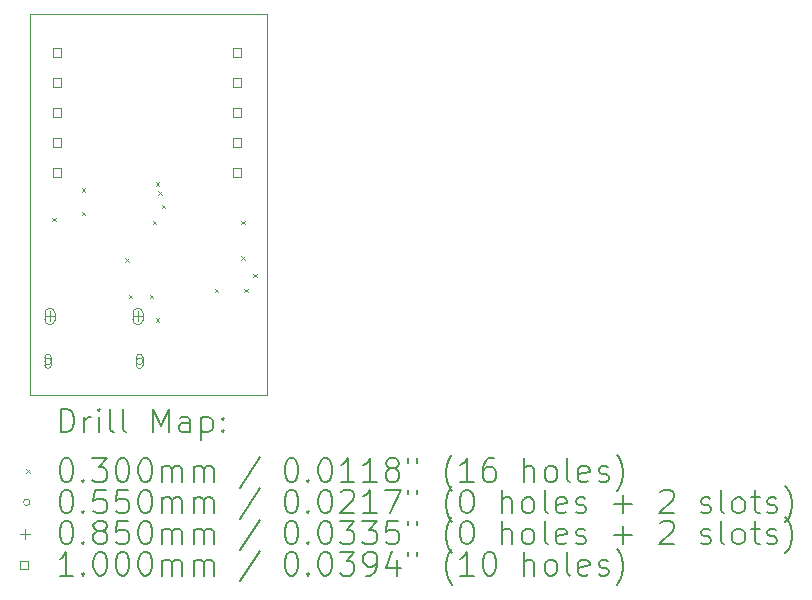
<source format=gbr>
%TF.GenerationSoftware,KiCad,Pcbnew,8.0.5*%
%TF.CreationDate,2024-12-02T19:57:33-05:00*%
%TF.ProjectId,usb_to_uart_ft232rl,7573625f-746f-45f7-9561-72745f667432,rev?*%
%TF.SameCoordinates,Original*%
%TF.FileFunction,Drillmap*%
%TF.FilePolarity,Positive*%
%FSLAX45Y45*%
G04 Gerber Fmt 4.5, Leading zero omitted, Abs format (unit mm)*
G04 Created by KiCad (PCBNEW 8.0.5) date 2024-12-02 19:57:33*
%MOMM*%
%LPD*%
G01*
G04 APERTURE LIST*
%ADD10C,0.050000*%
%ADD11C,0.200000*%
%ADD12C,0.100000*%
G04 APERTURE END LIST*
D10*
X9800000Y-3737500D02*
X11800000Y-3737500D01*
X11800000Y-6962500D01*
X9800000Y-6962500D01*
X9800000Y-3737500D01*
D11*
D12*
X9985000Y-5460000D02*
X10015000Y-5490000D01*
X10015000Y-5460000D02*
X9985000Y-5490000D01*
X10235000Y-5210000D02*
X10265000Y-5240000D01*
X10265000Y-5210000D02*
X10235000Y-5240000D01*
X10235000Y-5410000D02*
X10265000Y-5440000D01*
X10265000Y-5410000D02*
X10235000Y-5440000D01*
X10601664Y-5801663D02*
X10631664Y-5831663D01*
X10631664Y-5801663D02*
X10601664Y-5831663D01*
X10635000Y-6110000D02*
X10665000Y-6140000D01*
X10665000Y-6110000D02*
X10635000Y-6140000D01*
X10810000Y-6110000D02*
X10840000Y-6140000D01*
X10840000Y-6110000D02*
X10810000Y-6140000D01*
X10835000Y-5485000D02*
X10865000Y-5515000D01*
X10865000Y-5485000D02*
X10835000Y-5515000D01*
X10860000Y-5160000D02*
X10890000Y-5190000D01*
X10890000Y-5160000D02*
X10860000Y-5190000D01*
X10860000Y-6310000D02*
X10890000Y-6340000D01*
X10890000Y-6310000D02*
X10860000Y-6340000D01*
X10885000Y-5235000D02*
X10915000Y-5265000D01*
X10915000Y-5235000D02*
X10885000Y-5265000D01*
X10910885Y-5350000D02*
X10940885Y-5380000D01*
X10940885Y-5350000D02*
X10910885Y-5380000D01*
X11360000Y-6060000D02*
X11390000Y-6090000D01*
X11390000Y-6060000D02*
X11360000Y-6090000D01*
X11585000Y-5485000D02*
X11615000Y-5515000D01*
X11615000Y-5485000D02*
X11585000Y-5515000D01*
X11585000Y-5785000D02*
X11615000Y-5815000D01*
X11615000Y-5785000D02*
X11585000Y-5815000D01*
X11610000Y-6060000D02*
X11640000Y-6090000D01*
X11640000Y-6060000D02*
X11610000Y-6090000D01*
X11685000Y-5935000D02*
X11715000Y-5965000D01*
X11715000Y-5935000D02*
X11685000Y-5965000D01*
X9977500Y-6675000D02*
G75*
G02*
X9922500Y-6675000I-27500J0D01*
G01*
X9922500Y-6675000D02*
G75*
G02*
X9977500Y-6675000I27500J0D01*
G01*
X9922500Y-6642500D02*
X9922500Y-6707500D01*
X9977500Y-6707500D02*
G75*
G02*
X9922500Y-6707500I-27500J0D01*
G01*
X9977500Y-6707500D02*
X9977500Y-6642500D01*
X9977500Y-6642500D02*
G75*
G03*
X9922500Y-6642500I-27500J0D01*
G01*
X10752500Y-6675000D02*
G75*
G02*
X10697500Y-6675000I-27500J0D01*
G01*
X10697500Y-6675000D02*
G75*
G02*
X10752500Y-6675000I27500J0D01*
G01*
X10697500Y-6642500D02*
X10697500Y-6707500D01*
X10752500Y-6707500D02*
G75*
G02*
X10697500Y-6707500I-27500J0D01*
G01*
X10752500Y-6707500D02*
X10752500Y-6642500D01*
X10752500Y-6642500D02*
G75*
G03*
X10697500Y-6642500I-27500J0D01*
G01*
X9965000Y-6252500D02*
X9965000Y-6337500D01*
X9922500Y-6295000D02*
X10007500Y-6295000D01*
X9922500Y-6267500D02*
X9922500Y-6322500D01*
X10007500Y-6322500D02*
G75*
G02*
X9922500Y-6322500I-42500J0D01*
G01*
X10007500Y-6322500D02*
X10007500Y-6267500D01*
X10007500Y-6267500D02*
G75*
G03*
X9922500Y-6267500I-42500J0D01*
G01*
X10710000Y-6252500D02*
X10710000Y-6337500D01*
X10667500Y-6295000D02*
X10752500Y-6295000D01*
X10667500Y-6267500D02*
X10667500Y-6322500D01*
X10752500Y-6322500D02*
G75*
G02*
X10667500Y-6322500I-42500J0D01*
G01*
X10752500Y-6322500D02*
X10752500Y-6267500D01*
X10752500Y-6267500D02*
G75*
G03*
X10667500Y-6267500I-42500J0D01*
G01*
X10060356Y-4094356D02*
X10060356Y-4023644D01*
X9989644Y-4023644D01*
X9989644Y-4094356D01*
X10060356Y-4094356D01*
X10060356Y-4348356D02*
X10060356Y-4277644D01*
X9989644Y-4277644D01*
X9989644Y-4348356D01*
X10060356Y-4348356D01*
X10060356Y-4602356D02*
X10060356Y-4531644D01*
X9989644Y-4531644D01*
X9989644Y-4602356D01*
X10060356Y-4602356D01*
X10060356Y-4856356D02*
X10060356Y-4785644D01*
X9989644Y-4785644D01*
X9989644Y-4856356D01*
X10060356Y-4856356D01*
X10060356Y-5110356D02*
X10060356Y-5039644D01*
X9989644Y-5039644D01*
X9989644Y-5110356D01*
X10060356Y-5110356D01*
X11584356Y-4094356D02*
X11584356Y-4023644D01*
X11513644Y-4023644D01*
X11513644Y-4094356D01*
X11584356Y-4094356D01*
X11584356Y-4348356D02*
X11584356Y-4277644D01*
X11513644Y-4277644D01*
X11513644Y-4348356D01*
X11584356Y-4348356D01*
X11584356Y-4602356D02*
X11584356Y-4531644D01*
X11513644Y-4531644D01*
X11513644Y-4602356D01*
X11584356Y-4602356D01*
X11584356Y-4856356D02*
X11584356Y-4785644D01*
X11513644Y-4785644D01*
X11513644Y-4856356D01*
X11584356Y-4856356D01*
X11584356Y-5110356D02*
X11584356Y-5039644D01*
X11513644Y-5039644D01*
X11513644Y-5110356D01*
X11584356Y-5110356D01*
D11*
X10058277Y-7276484D02*
X10058277Y-7076484D01*
X10058277Y-7076484D02*
X10105896Y-7076484D01*
X10105896Y-7076484D02*
X10134467Y-7086008D01*
X10134467Y-7086008D02*
X10153515Y-7105055D01*
X10153515Y-7105055D02*
X10163039Y-7124103D01*
X10163039Y-7124103D02*
X10172563Y-7162198D01*
X10172563Y-7162198D02*
X10172563Y-7190769D01*
X10172563Y-7190769D02*
X10163039Y-7228865D01*
X10163039Y-7228865D02*
X10153515Y-7247912D01*
X10153515Y-7247912D02*
X10134467Y-7266960D01*
X10134467Y-7266960D02*
X10105896Y-7276484D01*
X10105896Y-7276484D02*
X10058277Y-7276484D01*
X10258277Y-7276484D02*
X10258277Y-7143150D01*
X10258277Y-7181246D02*
X10267801Y-7162198D01*
X10267801Y-7162198D02*
X10277324Y-7152674D01*
X10277324Y-7152674D02*
X10296372Y-7143150D01*
X10296372Y-7143150D02*
X10315420Y-7143150D01*
X10382086Y-7276484D02*
X10382086Y-7143150D01*
X10382086Y-7076484D02*
X10372563Y-7086008D01*
X10372563Y-7086008D02*
X10382086Y-7095531D01*
X10382086Y-7095531D02*
X10391610Y-7086008D01*
X10391610Y-7086008D02*
X10382086Y-7076484D01*
X10382086Y-7076484D02*
X10382086Y-7095531D01*
X10505896Y-7276484D02*
X10486848Y-7266960D01*
X10486848Y-7266960D02*
X10477324Y-7247912D01*
X10477324Y-7247912D02*
X10477324Y-7076484D01*
X10610658Y-7276484D02*
X10591610Y-7266960D01*
X10591610Y-7266960D02*
X10582086Y-7247912D01*
X10582086Y-7247912D02*
X10582086Y-7076484D01*
X10839229Y-7276484D02*
X10839229Y-7076484D01*
X10839229Y-7076484D02*
X10905896Y-7219341D01*
X10905896Y-7219341D02*
X10972563Y-7076484D01*
X10972563Y-7076484D02*
X10972563Y-7276484D01*
X11153515Y-7276484D02*
X11153515Y-7171722D01*
X11153515Y-7171722D02*
X11143991Y-7152674D01*
X11143991Y-7152674D02*
X11124944Y-7143150D01*
X11124944Y-7143150D02*
X11086848Y-7143150D01*
X11086848Y-7143150D02*
X11067801Y-7152674D01*
X11153515Y-7266960D02*
X11134467Y-7276484D01*
X11134467Y-7276484D02*
X11086848Y-7276484D01*
X11086848Y-7276484D02*
X11067801Y-7266960D01*
X11067801Y-7266960D02*
X11058277Y-7247912D01*
X11058277Y-7247912D02*
X11058277Y-7228865D01*
X11058277Y-7228865D02*
X11067801Y-7209817D01*
X11067801Y-7209817D02*
X11086848Y-7200293D01*
X11086848Y-7200293D02*
X11134467Y-7200293D01*
X11134467Y-7200293D02*
X11153515Y-7190769D01*
X11248753Y-7143150D02*
X11248753Y-7343150D01*
X11248753Y-7152674D02*
X11267801Y-7143150D01*
X11267801Y-7143150D02*
X11305896Y-7143150D01*
X11305896Y-7143150D02*
X11324943Y-7152674D01*
X11324943Y-7152674D02*
X11334467Y-7162198D01*
X11334467Y-7162198D02*
X11343991Y-7181246D01*
X11343991Y-7181246D02*
X11343991Y-7238388D01*
X11343991Y-7238388D02*
X11334467Y-7257436D01*
X11334467Y-7257436D02*
X11324943Y-7266960D01*
X11324943Y-7266960D02*
X11305896Y-7276484D01*
X11305896Y-7276484D02*
X11267801Y-7276484D01*
X11267801Y-7276484D02*
X11248753Y-7266960D01*
X11429705Y-7257436D02*
X11439229Y-7266960D01*
X11439229Y-7266960D02*
X11429705Y-7276484D01*
X11429705Y-7276484D02*
X11420182Y-7266960D01*
X11420182Y-7266960D02*
X11429705Y-7257436D01*
X11429705Y-7257436D02*
X11429705Y-7276484D01*
X11429705Y-7152674D02*
X11439229Y-7162198D01*
X11439229Y-7162198D02*
X11429705Y-7171722D01*
X11429705Y-7171722D02*
X11420182Y-7162198D01*
X11420182Y-7162198D02*
X11429705Y-7152674D01*
X11429705Y-7152674D02*
X11429705Y-7171722D01*
D12*
X9767500Y-7590000D02*
X9797500Y-7620000D01*
X9797500Y-7590000D02*
X9767500Y-7620000D01*
D11*
X10096372Y-7496484D02*
X10115420Y-7496484D01*
X10115420Y-7496484D02*
X10134467Y-7506008D01*
X10134467Y-7506008D02*
X10143991Y-7515531D01*
X10143991Y-7515531D02*
X10153515Y-7534579D01*
X10153515Y-7534579D02*
X10163039Y-7572674D01*
X10163039Y-7572674D02*
X10163039Y-7620293D01*
X10163039Y-7620293D02*
X10153515Y-7658388D01*
X10153515Y-7658388D02*
X10143991Y-7677436D01*
X10143991Y-7677436D02*
X10134467Y-7686960D01*
X10134467Y-7686960D02*
X10115420Y-7696484D01*
X10115420Y-7696484D02*
X10096372Y-7696484D01*
X10096372Y-7696484D02*
X10077324Y-7686960D01*
X10077324Y-7686960D02*
X10067801Y-7677436D01*
X10067801Y-7677436D02*
X10058277Y-7658388D01*
X10058277Y-7658388D02*
X10048753Y-7620293D01*
X10048753Y-7620293D02*
X10048753Y-7572674D01*
X10048753Y-7572674D02*
X10058277Y-7534579D01*
X10058277Y-7534579D02*
X10067801Y-7515531D01*
X10067801Y-7515531D02*
X10077324Y-7506008D01*
X10077324Y-7506008D02*
X10096372Y-7496484D01*
X10248753Y-7677436D02*
X10258277Y-7686960D01*
X10258277Y-7686960D02*
X10248753Y-7696484D01*
X10248753Y-7696484D02*
X10239229Y-7686960D01*
X10239229Y-7686960D02*
X10248753Y-7677436D01*
X10248753Y-7677436D02*
X10248753Y-7696484D01*
X10324944Y-7496484D02*
X10448753Y-7496484D01*
X10448753Y-7496484D02*
X10382086Y-7572674D01*
X10382086Y-7572674D02*
X10410658Y-7572674D01*
X10410658Y-7572674D02*
X10429705Y-7582198D01*
X10429705Y-7582198D02*
X10439229Y-7591722D01*
X10439229Y-7591722D02*
X10448753Y-7610769D01*
X10448753Y-7610769D02*
X10448753Y-7658388D01*
X10448753Y-7658388D02*
X10439229Y-7677436D01*
X10439229Y-7677436D02*
X10429705Y-7686960D01*
X10429705Y-7686960D02*
X10410658Y-7696484D01*
X10410658Y-7696484D02*
X10353515Y-7696484D01*
X10353515Y-7696484D02*
X10334467Y-7686960D01*
X10334467Y-7686960D02*
X10324944Y-7677436D01*
X10572563Y-7496484D02*
X10591610Y-7496484D01*
X10591610Y-7496484D02*
X10610658Y-7506008D01*
X10610658Y-7506008D02*
X10620182Y-7515531D01*
X10620182Y-7515531D02*
X10629705Y-7534579D01*
X10629705Y-7534579D02*
X10639229Y-7572674D01*
X10639229Y-7572674D02*
X10639229Y-7620293D01*
X10639229Y-7620293D02*
X10629705Y-7658388D01*
X10629705Y-7658388D02*
X10620182Y-7677436D01*
X10620182Y-7677436D02*
X10610658Y-7686960D01*
X10610658Y-7686960D02*
X10591610Y-7696484D01*
X10591610Y-7696484D02*
X10572563Y-7696484D01*
X10572563Y-7696484D02*
X10553515Y-7686960D01*
X10553515Y-7686960D02*
X10543991Y-7677436D01*
X10543991Y-7677436D02*
X10534467Y-7658388D01*
X10534467Y-7658388D02*
X10524944Y-7620293D01*
X10524944Y-7620293D02*
X10524944Y-7572674D01*
X10524944Y-7572674D02*
X10534467Y-7534579D01*
X10534467Y-7534579D02*
X10543991Y-7515531D01*
X10543991Y-7515531D02*
X10553515Y-7506008D01*
X10553515Y-7506008D02*
X10572563Y-7496484D01*
X10763039Y-7496484D02*
X10782086Y-7496484D01*
X10782086Y-7496484D02*
X10801134Y-7506008D01*
X10801134Y-7506008D02*
X10810658Y-7515531D01*
X10810658Y-7515531D02*
X10820182Y-7534579D01*
X10820182Y-7534579D02*
X10829705Y-7572674D01*
X10829705Y-7572674D02*
X10829705Y-7620293D01*
X10829705Y-7620293D02*
X10820182Y-7658388D01*
X10820182Y-7658388D02*
X10810658Y-7677436D01*
X10810658Y-7677436D02*
X10801134Y-7686960D01*
X10801134Y-7686960D02*
X10782086Y-7696484D01*
X10782086Y-7696484D02*
X10763039Y-7696484D01*
X10763039Y-7696484D02*
X10743991Y-7686960D01*
X10743991Y-7686960D02*
X10734467Y-7677436D01*
X10734467Y-7677436D02*
X10724944Y-7658388D01*
X10724944Y-7658388D02*
X10715420Y-7620293D01*
X10715420Y-7620293D02*
X10715420Y-7572674D01*
X10715420Y-7572674D02*
X10724944Y-7534579D01*
X10724944Y-7534579D02*
X10734467Y-7515531D01*
X10734467Y-7515531D02*
X10743991Y-7506008D01*
X10743991Y-7506008D02*
X10763039Y-7496484D01*
X10915420Y-7696484D02*
X10915420Y-7563150D01*
X10915420Y-7582198D02*
X10924944Y-7572674D01*
X10924944Y-7572674D02*
X10943991Y-7563150D01*
X10943991Y-7563150D02*
X10972563Y-7563150D01*
X10972563Y-7563150D02*
X10991610Y-7572674D01*
X10991610Y-7572674D02*
X11001134Y-7591722D01*
X11001134Y-7591722D02*
X11001134Y-7696484D01*
X11001134Y-7591722D02*
X11010658Y-7572674D01*
X11010658Y-7572674D02*
X11029705Y-7563150D01*
X11029705Y-7563150D02*
X11058277Y-7563150D01*
X11058277Y-7563150D02*
X11077325Y-7572674D01*
X11077325Y-7572674D02*
X11086848Y-7591722D01*
X11086848Y-7591722D02*
X11086848Y-7696484D01*
X11182086Y-7696484D02*
X11182086Y-7563150D01*
X11182086Y-7582198D02*
X11191610Y-7572674D01*
X11191610Y-7572674D02*
X11210658Y-7563150D01*
X11210658Y-7563150D02*
X11239229Y-7563150D01*
X11239229Y-7563150D02*
X11258277Y-7572674D01*
X11258277Y-7572674D02*
X11267801Y-7591722D01*
X11267801Y-7591722D02*
X11267801Y-7696484D01*
X11267801Y-7591722D02*
X11277324Y-7572674D01*
X11277324Y-7572674D02*
X11296372Y-7563150D01*
X11296372Y-7563150D02*
X11324943Y-7563150D01*
X11324943Y-7563150D02*
X11343991Y-7572674D01*
X11343991Y-7572674D02*
X11353515Y-7591722D01*
X11353515Y-7591722D02*
X11353515Y-7696484D01*
X11743991Y-7486960D02*
X11572563Y-7744103D01*
X12001134Y-7496484D02*
X12020182Y-7496484D01*
X12020182Y-7496484D02*
X12039229Y-7506008D01*
X12039229Y-7506008D02*
X12048753Y-7515531D01*
X12048753Y-7515531D02*
X12058277Y-7534579D01*
X12058277Y-7534579D02*
X12067801Y-7572674D01*
X12067801Y-7572674D02*
X12067801Y-7620293D01*
X12067801Y-7620293D02*
X12058277Y-7658388D01*
X12058277Y-7658388D02*
X12048753Y-7677436D01*
X12048753Y-7677436D02*
X12039229Y-7686960D01*
X12039229Y-7686960D02*
X12020182Y-7696484D01*
X12020182Y-7696484D02*
X12001134Y-7696484D01*
X12001134Y-7696484D02*
X11982086Y-7686960D01*
X11982086Y-7686960D02*
X11972563Y-7677436D01*
X11972563Y-7677436D02*
X11963039Y-7658388D01*
X11963039Y-7658388D02*
X11953515Y-7620293D01*
X11953515Y-7620293D02*
X11953515Y-7572674D01*
X11953515Y-7572674D02*
X11963039Y-7534579D01*
X11963039Y-7534579D02*
X11972563Y-7515531D01*
X11972563Y-7515531D02*
X11982086Y-7506008D01*
X11982086Y-7506008D02*
X12001134Y-7496484D01*
X12153515Y-7677436D02*
X12163039Y-7686960D01*
X12163039Y-7686960D02*
X12153515Y-7696484D01*
X12153515Y-7696484D02*
X12143991Y-7686960D01*
X12143991Y-7686960D02*
X12153515Y-7677436D01*
X12153515Y-7677436D02*
X12153515Y-7696484D01*
X12286848Y-7496484D02*
X12305896Y-7496484D01*
X12305896Y-7496484D02*
X12324944Y-7506008D01*
X12324944Y-7506008D02*
X12334467Y-7515531D01*
X12334467Y-7515531D02*
X12343991Y-7534579D01*
X12343991Y-7534579D02*
X12353515Y-7572674D01*
X12353515Y-7572674D02*
X12353515Y-7620293D01*
X12353515Y-7620293D02*
X12343991Y-7658388D01*
X12343991Y-7658388D02*
X12334467Y-7677436D01*
X12334467Y-7677436D02*
X12324944Y-7686960D01*
X12324944Y-7686960D02*
X12305896Y-7696484D01*
X12305896Y-7696484D02*
X12286848Y-7696484D01*
X12286848Y-7696484D02*
X12267801Y-7686960D01*
X12267801Y-7686960D02*
X12258277Y-7677436D01*
X12258277Y-7677436D02*
X12248753Y-7658388D01*
X12248753Y-7658388D02*
X12239229Y-7620293D01*
X12239229Y-7620293D02*
X12239229Y-7572674D01*
X12239229Y-7572674D02*
X12248753Y-7534579D01*
X12248753Y-7534579D02*
X12258277Y-7515531D01*
X12258277Y-7515531D02*
X12267801Y-7506008D01*
X12267801Y-7506008D02*
X12286848Y-7496484D01*
X12543991Y-7696484D02*
X12429706Y-7696484D01*
X12486848Y-7696484D02*
X12486848Y-7496484D01*
X12486848Y-7496484D02*
X12467801Y-7525055D01*
X12467801Y-7525055D02*
X12448753Y-7544103D01*
X12448753Y-7544103D02*
X12429706Y-7553627D01*
X12734467Y-7696484D02*
X12620182Y-7696484D01*
X12677325Y-7696484D02*
X12677325Y-7496484D01*
X12677325Y-7496484D02*
X12658277Y-7525055D01*
X12658277Y-7525055D02*
X12639229Y-7544103D01*
X12639229Y-7544103D02*
X12620182Y-7553627D01*
X12848753Y-7582198D02*
X12829706Y-7572674D01*
X12829706Y-7572674D02*
X12820182Y-7563150D01*
X12820182Y-7563150D02*
X12810658Y-7544103D01*
X12810658Y-7544103D02*
X12810658Y-7534579D01*
X12810658Y-7534579D02*
X12820182Y-7515531D01*
X12820182Y-7515531D02*
X12829706Y-7506008D01*
X12829706Y-7506008D02*
X12848753Y-7496484D01*
X12848753Y-7496484D02*
X12886848Y-7496484D01*
X12886848Y-7496484D02*
X12905896Y-7506008D01*
X12905896Y-7506008D02*
X12915420Y-7515531D01*
X12915420Y-7515531D02*
X12924944Y-7534579D01*
X12924944Y-7534579D02*
X12924944Y-7544103D01*
X12924944Y-7544103D02*
X12915420Y-7563150D01*
X12915420Y-7563150D02*
X12905896Y-7572674D01*
X12905896Y-7572674D02*
X12886848Y-7582198D01*
X12886848Y-7582198D02*
X12848753Y-7582198D01*
X12848753Y-7582198D02*
X12829706Y-7591722D01*
X12829706Y-7591722D02*
X12820182Y-7601246D01*
X12820182Y-7601246D02*
X12810658Y-7620293D01*
X12810658Y-7620293D02*
X12810658Y-7658388D01*
X12810658Y-7658388D02*
X12820182Y-7677436D01*
X12820182Y-7677436D02*
X12829706Y-7686960D01*
X12829706Y-7686960D02*
X12848753Y-7696484D01*
X12848753Y-7696484D02*
X12886848Y-7696484D01*
X12886848Y-7696484D02*
X12905896Y-7686960D01*
X12905896Y-7686960D02*
X12915420Y-7677436D01*
X12915420Y-7677436D02*
X12924944Y-7658388D01*
X12924944Y-7658388D02*
X12924944Y-7620293D01*
X12924944Y-7620293D02*
X12915420Y-7601246D01*
X12915420Y-7601246D02*
X12905896Y-7591722D01*
X12905896Y-7591722D02*
X12886848Y-7582198D01*
X13001134Y-7496484D02*
X13001134Y-7534579D01*
X13077325Y-7496484D02*
X13077325Y-7534579D01*
X13372563Y-7772674D02*
X13363039Y-7763150D01*
X13363039Y-7763150D02*
X13343991Y-7734579D01*
X13343991Y-7734579D02*
X13334468Y-7715531D01*
X13334468Y-7715531D02*
X13324944Y-7686960D01*
X13324944Y-7686960D02*
X13315420Y-7639341D01*
X13315420Y-7639341D02*
X13315420Y-7601246D01*
X13315420Y-7601246D02*
X13324944Y-7553627D01*
X13324944Y-7553627D02*
X13334468Y-7525055D01*
X13334468Y-7525055D02*
X13343991Y-7506008D01*
X13343991Y-7506008D02*
X13363039Y-7477436D01*
X13363039Y-7477436D02*
X13372563Y-7467912D01*
X13553515Y-7696484D02*
X13439229Y-7696484D01*
X13496372Y-7696484D02*
X13496372Y-7496484D01*
X13496372Y-7496484D02*
X13477325Y-7525055D01*
X13477325Y-7525055D02*
X13458277Y-7544103D01*
X13458277Y-7544103D02*
X13439229Y-7553627D01*
X13724944Y-7496484D02*
X13686848Y-7496484D01*
X13686848Y-7496484D02*
X13667801Y-7506008D01*
X13667801Y-7506008D02*
X13658277Y-7515531D01*
X13658277Y-7515531D02*
X13639229Y-7544103D01*
X13639229Y-7544103D02*
X13629706Y-7582198D01*
X13629706Y-7582198D02*
X13629706Y-7658388D01*
X13629706Y-7658388D02*
X13639229Y-7677436D01*
X13639229Y-7677436D02*
X13648753Y-7686960D01*
X13648753Y-7686960D02*
X13667801Y-7696484D01*
X13667801Y-7696484D02*
X13705896Y-7696484D01*
X13705896Y-7696484D02*
X13724944Y-7686960D01*
X13724944Y-7686960D02*
X13734468Y-7677436D01*
X13734468Y-7677436D02*
X13743991Y-7658388D01*
X13743991Y-7658388D02*
X13743991Y-7610769D01*
X13743991Y-7610769D02*
X13734468Y-7591722D01*
X13734468Y-7591722D02*
X13724944Y-7582198D01*
X13724944Y-7582198D02*
X13705896Y-7572674D01*
X13705896Y-7572674D02*
X13667801Y-7572674D01*
X13667801Y-7572674D02*
X13648753Y-7582198D01*
X13648753Y-7582198D02*
X13639229Y-7591722D01*
X13639229Y-7591722D02*
X13629706Y-7610769D01*
X13982087Y-7696484D02*
X13982087Y-7496484D01*
X14067801Y-7696484D02*
X14067801Y-7591722D01*
X14067801Y-7591722D02*
X14058277Y-7572674D01*
X14058277Y-7572674D02*
X14039230Y-7563150D01*
X14039230Y-7563150D02*
X14010658Y-7563150D01*
X14010658Y-7563150D02*
X13991610Y-7572674D01*
X13991610Y-7572674D02*
X13982087Y-7582198D01*
X14191610Y-7696484D02*
X14172563Y-7686960D01*
X14172563Y-7686960D02*
X14163039Y-7677436D01*
X14163039Y-7677436D02*
X14153515Y-7658388D01*
X14153515Y-7658388D02*
X14153515Y-7601246D01*
X14153515Y-7601246D02*
X14163039Y-7582198D01*
X14163039Y-7582198D02*
X14172563Y-7572674D01*
X14172563Y-7572674D02*
X14191610Y-7563150D01*
X14191610Y-7563150D02*
X14220182Y-7563150D01*
X14220182Y-7563150D02*
X14239230Y-7572674D01*
X14239230Y-7572674D02*
X14248753Y-7582198D01*
X14248753Y-7582198D02*
X14258277Y-7601246D01*
X14258277Y-7601246D02*
X14258277Y-7658388D01*
X14258277Y-7658388D02*
X14248753Y-7677436D01*
X14248753Y-7677436D02*
X14239230Y-7686960D01*
X14239230Y-7686960D02*
X14220182Y-7696484D01*
X14220182Y-7696484D02*
X14191610Y-7696484D01*
X14372563Y-7696484D02*
X14353515Y-7686960D01*
X14353515Y-7686960D02*
X14343991Y-7667912D01*
X14343991Y-7667912D02*
X14343991Y-7496484D01*
X14524944Y-7686960D02*
X14505896Y-7696484D01*
X14505896Y-7696484D02*
X14467801Y-7696484D01*
X14467801Y-7696484D02*
X14448753Y-7686960D01*
X14448753Y-7686960D02*
X14439230Y-7667912D01*
X14439230Y-7667912D02*
X14439230Y-7591722D01*
X14439230Y-7591722D02*
X14448753Y-7572674D01*
X14448753Y-7572674D02*
X14467801Y-7563150D01*
X14467801Y-7563150D02*
X14505896Y-7563150D01*
X14505896Y-7563150D02*
X14524944Y-7572674D01*
X14524944Y-7572674D02*
X14534468Y-7591722D01*
X14534468Y-7591722D02*
X14534468Y-7610769D01*
X14534468Y-7610769D02*
X14439230Y-7629817D01*
X14610658Y-7686960D02*
X14629706Y-7696484D01*
X14629706Y-7696484D02*
X14667801Y-7696484D01*
X14667801Y-7696484D02*
X14686849Y-7686960D01*
X14686849Y-7686960D02*
X14696372Y-7667912D01*
X14696372Y-7667912D02*
X14696372Y-7658388D01*
X14696372Y-7658388D02*
X14686849Y-7639341D01*
X14686849Y-7639341D02*
X14667801Y-7629817D01*
X14667801Y-7629817D02*
X14639230Y-7629817D01*
X14639230Y-7629817D02*
X14620182Y-7620293D01*
X14620182Y-7620293D02*
X14610658Y-7601246D01*
X14610658Y-7601246D02*
X14610658Y-7591722D01*
X14610658Y-7591722D02*
X14620182Y-7572674D01*
X14620182Y-7572674D02*
X14639230Y-7563150D01*
X14639230Y-7563150D02*
X14667801Y-7563150D01*
X14667801Y-7563150D02*
X14686849Y-7572674D01*
X14763039Y-7772674D02*
X14772563Y-7763150D01*
X14772563Y-7763150D02*
X14791611Y-7734579D01*
X14791611Y-7734579D02*
X14801134Y-7715531D01*
X14801134Y-7715531D02*
X14810658Y-7686960D01*
X14810658Y-7686960D02*
X14820182Y-7639341D01*
X14820182Y-7639341D02*
X14820182Y-7601246D01*
X14820182Y-7601246D02*
X14810658Y-7553627D01*
X14810658Y-7553627D02*
X14801134Y-7525055D01*
X14801134Y-7525055D02*
X14791611Y-7506008D01*
X14791611Y-7506008D02*
X14772563Y-7477436D01*
X14772563Y-7477436D02*
X14763039Y-7467912D01*
D12*
X9797500Y-7869000D02*
G75*
G02*
X9742500Y-7869000I-27500J0D01*
G01*
X9742500Y-7869000D02*
G75*
G02*
X9797500Y-7869000I27500J0D01*
G01*
D11*
X10096372Y-7760484D02*
X10115420Y-7760484D01*
X10115420Y-7760484D02*
X10134467Y-7770008D01*
X10134467Y-7770008D02*
X10143991Y-7779531D01*
X10143991Y-7779531D02*
X10153515Y-7798579D01*
X10153515Y-7798579D02*
X10163039Y-7836674D01*
X10163039Y-7836674D02*
X10163039Y-7884293D01*
X10163039Y-7884293D02*
X10153515Y-7922388D01*
X10153515Y-7922388D02*
X10143991Y-7941436D01*
X10143991Y-7941436D02*
X10134467Y-7950960D01*
X10134467Y-7950960D02*
X10115420Y-7960484D01*
X10115420Y-7960484D02*
X10096372Y-7960484D01*
X10096372Y-7960484D02*
X10077324Y-7950960D01*
X10077324Y-7950960D02*
X10067801Y-7941436D01*
X10067801Y-7941436D02*
X10058277Y-7922388D01*
X10058277Y-7922388D02*
X10048753Y-7884293D01*
X10048753Y-7884293D02*
X10048753Y-7836674D01*
X10048753Y-7836674D02*
X10058277Y-7798579D01*
X10058277Y-7798579D02*
X10067801Y-7779531D01*
X10067801Y-7779531D02*
X10077324Y-7770008D01*
X10077324Y-7770008D02*
X10096372Y-7760484D01*
X10248753Y-7941436D02*
X10258277Y-7950960D01*
X10258277Y-7950960D02*
X10248753Y-7960484D01*
X10248753Y-7960484D02*
X10239229Y-7950960D01*
X10239229Y-7950960D02*
X10248753Y-7941436D01*
X10248753Y-7941436D02*
X10248753Y-7960484D01*
X10439229Y-7760484D02*
X10343991Y-7760484D01*
X10343991Y-7760484D02*
X10334467Y-7855722D01*
X10334467Y-7855722D02*
X10343991Y-7846198D01*
X10343991Y-7846198D02*
X10363039Y-7836674D01*
X10363039Y-7836674D02*
X10410658Y-7836674D01*
X10410658Y-7836674D02*
X10429705Y-7846198D01*
X10429705Y-7846198D02*
X10439229Y-7855722D01*
X10439229Y-7855722D02*
X10448753Y-7874769D01*
X10448753Y-7874769D02*
X10448753Y-7922388D01*
X10448753Y-7922388D02*
X10439229Y-7941436D01*
X10439229Y-7941436D02*
X10429705Y-7950960D01*
X10429705Y-7950960D02*
X10410658Y-7960484D01*
X10410658Y-7960484D02*
X10363039Y-7960484D01*
X10363039Y-7960484D02*
X10343991Y-7950960D01*
X10343991Y-7950960D02*
X10334467Y-7941436D01*
X10629705Y-7760484D02*
X10534467Y-7760484D01*
X10534467Y-7760484D02*
X10524944Y-7855722D01*
X10524944Y-7855722D02*
X10534467Y-7846198D01*
X10534467Y-7846198D02*
X10553515Y-7836674D01*
X10553515Y-7836674D02*
X10601134Y-7836674D01*
X10601134Y-7836674D02*
X10620182Y-7846198D01*
X10620182Y-7846198D02*
X10629705Y-7855722D01*
X10629705Y-7855722D02*
X10639229Y-7874769D01*
X10639229Y-7874769D02*
X10639229Y-7922388D01*
X10639229Y-7922388D02*
X10629705Y-7941436D01*
X10629705Y-7941436D02*
X10620182Y-7950960D01*
X10620182Y-7950960D02*
X10601134Y-7960484D01*
X10601134Y-7960484D02*
X10553515Y-7960484D01*
X10553515Y-7960484D02*
X10534467Y-7950960D01*
X10534467Y-7950960D02*
X10524944Y-7941436D01*
X10763039Y-7760484D02*
X10782086Y-7760484D01*
X10782086Y-7760484D02*
X10801134Y-7770008D01*
X10801134Y-7770008D02*
X10810658Y-7779531D01*
X10810658Y-7779531D02*
X10820182Y-7798579D01*
X10820182Y-7798579D02*
X10829705Y-7836674D01*
X10829705Y-7836674D02*
X10829705Y-7884293D01*
X10829705Y-7884293D02*
X10820182Y-7922388D01*
X10820182Y-7922388D02*
X10810658Y-7941436D01*
X10810658Y-7941436D02*
X10801134Y-7950960D01*
X10801134Y-7950960D02*
X10782086Y-7960484D01*
X10782086Y-7960484D02*
X10763039Y-7960484D01*
X10763039Y-7960484D02*
X10743991Y-7950960D01*
X10743991Y-7950960D02*
X10734467Y-7941436D01*
X10734467Y-7941436D02*
X10724944Y-7922388D01*
X10724944Y-7922388D02*
X10715420Y-7884293D01*
X10715420Y-7884293D02*
X10715420Y-7836674D01*
X10715420Y-7836674D02*
X10724944Y-7798579D01*
X10724944Y-7798579D02*
X10734467Y-7779531D01*
X10734467Y-7779531D02*
X10743991Y-7770008D01*
X10743991Y-7770008D02*
X10763039Y-7760484D01*
X10915420Y-7960484D02*
X10915420Y-7827150D01*
X10915420Y-7846198D02*
X10924944Y-7836674D01*
X10924944Y-7836674D02*
X10943991Y-7827150D01*
X10943991Y-7827150D02*
X10972563Y-7827150D01*
X10972563Y-7827150D02*
X10991610Y-7836674D01*
X10991610Y-7836674D02*
X11001134Y-7855722D01*
X11001134Y-7855722D02*
X11001134Y-7960484D01*
X11001134Y-7855722D02*
X11010658Y-7836674D01*
X11010658Y-7836674D02*
X11029705Y-7827150D01*
X11029705Y-7827150D02*
X11058277Y-7827150D01*
X11058277Y-7827150D02*
X11077325Y-7836674D01*
X11077325Y-7836674D02*
X11086848Y-7855722D01*
X11086848Y-7855722D02*
X11086848Y-7960484D01*
X11182086Y-7960484D02*
X11182086Y-7827150D01*
X11182086Y-7846198D02*
X11191610Y-7836674D01*
X11191610Y-7836674D02*
X11210658Y-7827150D01*
X11210658Y-7827150D02*
X11239229Y-7827150D01*
X11239229Y-7827150D02*
X11258277Y-7836674D01*
X11258277Y-7836674D02*
X11267801Y-7855722D01*
X11267801Y-7855722D02*
X11267801Y-7960484D01*
X11267801Y-7855722D02*
X11277324Y-7836674D01*
X11277324Y-7836674D02*
X11296372Y-7827150D01*
X11296372Y-7827150D02*
X11324943Y-7827150D01*
X11324943Y-7827150D02*
X11343991Y-7836674D01*
X11343991Y-7836674D02*
X11353515Y-7855722D01*
X11353515Y-7855722D02*
X11353515Y-7960484D01*
X11743991Y-7750960D02*
X11572563Y-8008103D01*
X12001134Y-7760484D02*
X12020182Y-7760484D01*
X12020182Y-7760484D02*
X12039229Y-7770008D01*
X12039229Y-7770008D02*
X12048753Y-7779531D01*
X12048753Y-7779531D02*
X12058277Y-7798579D01*
X12058277Y-7798579D02*
X12067801Y-7836674D01*
X12067801Y-7836674D02*
X12067801Y-7884293D01*
X12067801Y-7884293D02*
X12058277Y-7922388D01*
X12058277Y-7922388D02*
X12048753Y-7941436D01*
X12048753Y-7941436D02*
X12039229Y-7950960D01*
X12039229Y-7950960D02*
X12020182Y-7960484D01*
X12020182Y-7960484D02*
X12001134Y-7960484D01*
X12001134Y-7960484D02*
X11982086Y-7950960D01*
X11982086Y-7950960D02*
X11972563Y-7941436D01*
X11972563Y-7941436D02*
X11963039Y-7922388D01*
X11963039Y-7922388D02*
X11953515Y-7884293D01*
X11953515Y-7884293D02*
X11953515Y-7836674D01*
X11953515Y-7836674D02*
X11963039Y-7798579D01*
X11963039Y-7798579D02*
X11972563Y-7779531D01*
X11972563Y-7779531D02*
X11982086Y-7770008D01*
X11982086Y-7770008D02*
X12001134Y-7760484D01*
X12153515Y-7941436D02*
X12163039Y-7950960D01*
X12163039Y-7950960D02*
X12153515Y-7960484D01*
X12153515Y-7960484D02*
X12143991Y-7950960D01*
X12143991Y-7950960D02*
X12153515Y-7941436D01*
X12153515Y-7941436D02*
X12153515Y-7960484D01*
X12286848Y-7760484D02*
X12305896Y-7760484D01*
X12305896Y-7760484D02*
X12324944Y-7770008D01*
X12324944Y-7770008D02*
X12334467Y-7779531D01*
X12334467Y-7779531D02*
X12343991Y-7798579D01*
X12343991Y-7798579D02*
X12353515Y-7836674D01*
X12353515Y-7836674D02*
X12353515Y-7884293D01*
X12353515Y-7884293D02*
X12343991Y-7922388D01*
X12343991Y-7922388D02*
X12334467Y-7941436D01*
X12334467Y-7941436D02*
X12324944Y-7950960D01*
X12324944Y-7950960D02*
X12305896Y-7960484D01*
X12305896Y-7960484D02*
X12286848Y-7960484D01*
X12286848Y-7960484D02*
X12267801Y-7950960D01*
X12267801Y-7950960D02*
X12258277Y-7941436D01*
X12258277Y-7941436D02*
X12248753Y-7922388D01*
X12248753Y-7922388D02*
X12239229Y-7884293D01*
X12239229Y-7884293D02*
X12239229Y-7836674D01*
X12239229Y-7836674D02*
X12248753Y-7798579D01*
X12248753Y-7798579D02*
X12258277Y-7779531D01*
X12258277Y-7779531D02*
X12267801Y-7770008D01*
X12267801Y-7770008D02*
X12286848Y-7760484D01*
X12429706Y-7779531D02*
X12439229Y-7770008D01*
X12439229Y-7770008D02*
X12458277Y-7760484D01*
X12458277Y-7760484D02*
X12505896Y-7760484D01*
X12505896Y-7760484D02*
X12524944Y-7770008D01*
X12524944Y-7770008D02*
X12534467Y-7779531D01*
X12534467Y-7779531D02*
X12543991Y-7798579D01*
X12543991Y-7798579D02*
X12543991Y-7817627D01*
X12543991Y-7817627D02*
X12534467Y-7846198D01*
X12534467Y-7846198D02*
X12420182Y-7960484D01*
X12420182Y-7960484D02*
X12543991Y-7960484D01*
X12734467Y-7960484D02*
X12620182Y-7960484D01*
X12677325Y-7960484D02*
X12677325Y-7760484D01*
X12677325Y-7760484D02*
X12658277Y-7789055D01*
X12658277Y-7789055D02*
X12639229Y-7808103D01*
X12639229Y-7808103D02*
X12620182Y-7817627D01*
X12801134Y-7760484D02*
X12934467Y-7760484D01*
X12934467Y-7760484D02*
X12848753Y-7960484D01*
X13001134Y-7760484D02*
X13001134Y-7798579D01*
X13077325Y-7760484D02*
X13077325Y-7798579D01*
X13372563Y-8036674D02*
X13363039Y-8027150D01*
X13363039Y-8027150D02*
X13343991Y-7998579D01*
X13343991Y-7998579D02*
X13334468Y-7979531D01*
X13334468Y-7979531D02*
X13324944Y-7950960D01*
X13324944Y-7950960D02*
X13315420Y-7903341D01*
X13315420Y-7903341D02*
X13315420Y-7865246D01*
X13315420Y-7865246D02*
X13324944Y-7817627D01*
X13324944Y-7817627D02*
X13334468Y-7789055D01*
X13334468Y-7789055D02*
X13343991Y-7770008D01*
X13343991Y-7770008D02*
X13363039Y-7741436D01*
X13363039Y-7741436D02*
X13372563Y-7731912D01*
X13486848Y-7760484D02*
X13505896Y-7760484D01*
X13505896Y-7760484D02*
X13524944Y-7770008D01*
X13524944Y-7770008D02*
X13534468Y-7779531D01*
X13534468Y-7779531D02*
X13543991Y-7798579D01*
X13543991Y-7798579D02*
X13553515Y-7836674D01*
X13553515Y-7836674D02*
X13553515Y-7884293D01*
X13553515Y-7884293D02*
X13543991Y-7922388D01*
X13543991Y-7922388D02*
X13534468Y-7941436D01*
X13534468Y-7941436D02*
X13524944Y-7950960D01*
X13524944Y-7950960D02*
X13505896Y-7960484D01*
X13505896Y-7960484D02*
X13486848Y-7960484D01*
X13486848Y-7960484D02*
X13467801Y-7950960D01*
X13467801Y-7950960D02*
X13458277Y-7941436D01*
X13458277Y-7941436D02*
X13448753Y-7922388D01*
X13448753Y-7922388D02*
X13439229Y-7884293D01*
X13439229Y-7884293D02*
X13439229Y-7836674D01*
X13439229Y-7836674D02*
X13448753Y-7798579D01*
X13448753Y-7798579D02*
X13458277Y-7779531D01*
X13458277Y-7779531D02*
X13467801Y-7770008D01*
X13467801Y-7770008D02*
X13486848Y-7760484D01*
X13791610Y-7960484D02*
X13791610Y-7760484D01*
X13877325Y-7960484D02*
X13877325Y-7855722D01*
X13877325Y-7855722D02*
X13867801Y-7836674D01*
X13867801Y-7836674D02*
X13848753Y-7827150D01*
X13848753Y-7827150D02*
X13820182Y-7827150D01*
X13820182Y-7827150D02*
X13801134Y-7836674D01*
X13801134Y-7836674D02*
X13791610Y-7846198D01*
X14001134Y-7960484D02*
X13982087Y-7950960D01*
X13982087Y-7950960D02*
X13972563Y-7941436D01*
X13972563Y-7941436D02*
X13963039Y-7922388D01*
X13963039Y-7922388D02*
X13963039Y-7865246D01*
X13963039Y-7865246D02*
X13972563Y-7846198D01*
X13972563Y-7846198D02*
X13982087Y-7836674D01*
X13982087Y-7836674D02*
X14001134Y-7827150D01*
X14001134Y-7827150D02*
X14029706Y-7827150D01*
X14029706Y-7827150D02*
X14048753Y-7836674D01*
X14048753Y-7836674D02*
X14058277Y-7846198D01*
X14058277Y-7846198D02*
X14067801Y-7865246D01*
X14067801Y-7865246D02*
X14067801Y-7922388D01*
X14067801Y-7922388D02*
X14058277Y-7941436D01*
X14058277Y-7941436D02*
X14048753Y-7950960D01*
X14048753Y-7950960D02*
X14029706Y-7960484D01*
X14029706Y-7960484D02*
X14001134Y-7960484D01*
X14182087Y-7960484D02*
X14163039Y-7950960D01*
X14163039Y-7950960D02*
X14153515Y-7931912D01*
X14153515Y-7931912D02*
X14153515Y-7760484D01*
X14334468Y-7950960D02*
X14315420Y-7960484D01*
X14315420Y-7960484D02*
X14277325Y-7960484D01*
X14277325Y-7960484D02*
X14258277Y-7950960D01*
X14258277Y-7950960D02*
X14248753Y-7931912D01*
X14248753Y-7931912D02*
X14248753Y-7855722D01*
X14248753Y-7855722D02*
X14258277Y-7836674D01*
X14258277Y-7836674D02*
X14277325Y-7827150D01*
X14277325Y-7827150D02*
X14315420Y-7827150D01*
X14315420Y-7827150D02*
X14334468Y-7836674D01*
X14334468Y-7836674D02*
X14343991Y-7855722D01*
X14343991Y-7855722D02*
X14343991Y-7874769D01*
X14343991Y-7874769D02*
X14248753Y-7893817D01*
X14420182Y-7950960D02*
X14439230Y-7960484D01*
X14439230Y-7960484D02*
X14477325Y-7960484D01*
X14477325Y-7960484D02*
X14496372Y-7950960D01*
X14496372Y-7950960D02*
X14505896Y-7931912D01*
X14505896Y-7931912D02*
X14505896Y-7922388D01*
X14505896Y-7922388D02*
X14496372Y-7903341D01*
X14496372Y-7903341D02*
X14477325Y-7893817D01*
X14477325Y-7893817D02*
X14448753Y-7893817D01*
X14448753Y-7893817D02*
X14429706Y-7884293D01*
X14429706Y-7884293D02*
X14420182Y-7865246D01*
X14420182Y-7865246D02*
X14420182Y-7855722D01*
X14420182Y-7855722D02*
X14429706Y-7836674D01*
X14429706Y-7836674D02*
X14448753Y-7827150D01*
X14448753Y-7827150D02*
X14477325Y-7827150D01*
X14477325Y-7827150D02*
X14496372Y-7836674D01*
X14743992Y-7884293D02*
X14896373Y-7884293D01*
X14820182Y-7960484D02*
X14820182Y-7808103D01*
X15134468Y-7779531D02*
X15143992Y-7770008D01*
X15143992Y-7770008D02*
X15163039Y-7760484D01*
X15163039Y-7760484D02*
X15210658Y-7760484D01*
X15210658Y-7760484D02*
X15229706Y-7770008D01*
X15229706Y-7770008D02*
X15239230Y-7779531D01*
X15239230Y-7779531D02*
X15248753Y-7798579D01*
X15248753Y-7798579D02*
X15248753Y-7817627D01*
X15248753Y-7817627D02*
X15239230Y-7846198D01*
X15239230Y-7846198D02*
X15124944Y-7960484D01*
X15124944Y-7960484D02*
X15248753Y-7960484D01*
X15477325Y-7950960D02*
X15496373Y-7960484D01*
X15496373Y-7960484D02*
X15534468Y-7960484D01*
X15534468Y-7960484D02*
X15553515Y-7950960D01*
X15553515Y-7950960D02*
X15563039Y-7931912D01*
X15563039Y-7931912D02*
X15563039Y-7922388D01*
X15563039Y-7922388D02*
X15553515Y-7903341D01*
X15553515Y-7903341D02*
X15534468Y-7893817D01*
X15534468Y-7893817D02*
X15505896Y-7893817D01*
X15505896Y-7893817D02*
X15486849Y-7884293D01*
X15486849Y-7884293D02*
X15477325Y-7865246D01*
X15477325Y-7865246D02*
X15477325Y-7855722D01*
X15477325Y-7855722D02*
X15486849Y-7836674D01*
X15486849Y-7836674D02*
X15505896Y-7827150D01*
X15505896Y-7827150D02*
X15534468Y-7827150D01*
X15534468Y-7827150D02*
X15553515Y-7836674D01*
X15677325Y-7960484D02*
X15658277Y-7950960D01*
X15658277Y-7950960D02*
X15648754Y-7931912D01*
X15648754Y-7931912D02*
X15648754Y-7760484D01*
X15782087Y-7960484D02*
X15763039Y-7950960D01*
X15763039Y-7950960D02*
X15753515Y-7941436D01*
X15753515Y-7941436D02*
X15743992Y-7922388D01*
X15743992Y-7922388D02*
X15743992Y-7865246D01*
X15743992Y-7865246D02*
X15753515Y-7846198D01*
X15753515Y-7846198D02*
X15763039Y-7836674D01*
X15763039Y-7836674D02*
X15782087Y-7827150D01*
X15782087Y-7827150D02*
X15810658Y-7827150D01*
X15810658Y-7827150D02*
X15829706Y-7836674D01*
X15829706Y-7836674D02*
X15839230Y-7846198D01*
X15839230Y-7846198D02*
X15848754Y-7865246D01*
X15848754Y-7865246D02*
X15848754Y-7922388D01*
X15848754Y-7922388D02*
X15839230Y-7941436D01*
X15839230Y-7941436D02*
X15829706Y-7950960D01*
X15829706Y-7950960D02*
X15810658Y-7960484D01*
X15810658Y-7960484D02*
X15782087Y-7960484D01*
X15905896Y-7827150D02*
X15982087Y-7827150D01*
X15934468Y-7760484D02*
X15934468Y-7931912D01*
X15934468Y-7931912D02*
X15943992Y-7950960D01*
X15943992Y-7950960D02*
X15963039Y-7960484D01*
X15963039Y-7960484D02*
X15982087Y-7960484D01*
X16039230Y-7950960D02*
X16058277Y-7960484D01*
X16058277Y-7960484D02*
X16096373Y-7960484D01*
X16096373Y-7960484D02*
X16115420Y-7950960D01*
X16115420Y-7950960D02*
X16124944Y-7931912D01*
X16124944Y-7931912D02*
X16124944Y-7922388D01*
X16124944Y-7922388D02*
X16115420Y-7903341D01*
X16115420Y-7903341D02*
X16096373Y-7893817D01*
X16096373Y-7893817D02*
X16067801Y-7893817D01*
X16067801Y-7893817D02*
X16048754Y-7884293D01*
X16048754Y-7884293D02*
X16039230Y-7865246D01*
X16039230Y-7865246D02*
X16039230Y-7855722D01*
X16039230Y-7855722D02*
X16048754Y-7836674D01*
X16048754Y-7836674D02*
X16067801Y-7827150D01*
X16067801Y-7827150D02*
X16096373Y-7827150D01*
X16096373Y-7827150D02*
X16115420Y-7836674D01*
X16191611Y-8036674D02*
X16201135Y-8027150D01*
X16201135Y-8027150D02*
X16220182Y-7998579D01*
X16220182Y-7998579D02*
X16229706Y-7979531D01*
X16229706Y-7979531D02*
X16239230Y-7950960D01*
X16239230Y-7950960D02*
X16248754Y-7903341D01*
X16248754Y-7903341D02*
X16248754Y-7865246D01*
X16248754Y-7865246D02*
X16239230Y-7817627D01*
X16239230Y-7817627D02*
X16229706Y-7789055D01*
X16229706Y-7789055D02*
X16220182Y-7770008D01*
X16220182Y-7770008D02*
X16201135Y-7741436D01*
X16201135Y-7741436D02*
X16191611Y-7731912D01*
D12*
X9755000Y-8090500D02*
X9755000Y-8175500D01*
X9712500Y-8133000D02*
X9797500Y-8133000D01*
D11*
X10096372Y-8024484D02*
X10115420Y-8024484D01*
X10115420Y-8024484D02*
X10134467Y-8034008D01*
X10134467Y-8034008D02*
X10143991Y-8043531D01*
X10143991Y-8043531D02*
X10153515Y-8062579D01*
X10153515Y-8062579D02*
X10163039Y-8100674D01*
X10163039Y-8100674D02*
X10163039Y-8148293D01*
X10163039Y-8148293D02*
X10153515Y-8186388D01*
X10153515Y-8186388D02*
X10143991Y-8205436D01*
X10143991Y-8205436D02*
X10134467Y-8214960D01*
X10134467Y-8214960D02*
X10115420Y-8224484D01*
X10115420Y-8224484D02*
X10096372Y-8224484D01*
X10096372Y-8224484D02*
X10077324Y-8214960D01*
X10077324Y-8214960D02*
X10067801Y-8205436D01*
X10067801Y-8205436D02*
X10058277Y-8186388D01*
X10058277Y-8186388D02*
X10048753Y-8148293D01*
X10048753Y-8148293D02*
X10048753Y-8100674D01*
X10048753Y-8100674D02*
X10058277Y-8062579D01*
X10058277Y-8062579D02*
X10067801Y-8043531D01*
X10067801Y-8043531D02*
X10077324Y-8034008D01*
X10077324Y-8034008D02*
X10096372Y-8024484D01*
X10248753Y-8205436D02*
X10258277Y-8214960D01*
X10258277Y-8214960D02*
X10248753Y-8224484D01*
X10248753Y-8224484D02*
X10239229Y-8214960D01*
X10239229Y-8214960D02*
X10248753Y-8205436D01*
X10248753Y-8205436D02*
X10248753Y-8224484D01*
X10372563Y-8110198D02*
X10353515Y-8100674D01*
X10353515Y-8100674D02*
X10343991Y-8091150D01*
X10343991Y-8091150D02*
X10334467Y-8072103D01*
X10334467Y-8072103D02*
X10334467Y-8062579D01*
X10334467Y-8062579D02*
X10343991Y-8043531D01*
X10343991Y-8043531D02*
X10353515Y-8034008D01*
X10353515Y-8034008D02*
X10372563Y-8024484D01*
X10372563Y-8024484D02*
X10410658Y-8024484D01*
X10410658Y-8024484D02*
X10429705Y-8034008D01*
X10429705Y-8034008D02*
X10439229Y-8043531D01*
X10439229Y-8043531D02*
X10448753Y-8062579D01*
X10448753Y-8062579D02*
X10448753Y-8072103D01*
X10448753Y-8072103D02*
X10439229Y-8091150D01*
X10439229Y-8091150D02*
X10429705Y-8100674D01*
X10429705Y-8100674D02*
X10410658Y-8110198D01*
X10410658Y-8110198D02*
X10372563Y-8110198D01*
X10372563Y-8110198D02*
X10353515Y-8119722D01*
X10353515Y-8119722D02*
X10343991Y-8129246D01*
X10343991Y-8129246D02*
X10334467Y-8148293D01*
X10334467Y-8148293D02*
X10334467Y-8186388D01*
X10334467Y-8186388D02*
X10343991Y-8205436D01*
X10343991Y-8205436D02*
X10353515Y-8214960D01*
X10353515Y-8214960D02*
X10372563Y-8224484D01*
X10372563Y-8224484D02*
X10410658Y-8224484D01*
X10410658Y-8224484D02*
X10429705Y-8214960D01*
X10429705Y-8214960D02*
X10439229Y-8205436D01*
X10439229Y-8205436D02*
X10448753Y-8186388D01*
X10448753Y-8186388D02*
X10448753Y-8148293D01*
X10448753Y-8148293D02*
X10439229Y-8129246D01*
X10439229Y-8129246D02*
X10429705Y-8119722D01*
X10429705Y-8119722D02*
X10410658Y-8110198D01*
X10629705Y-8024484D02*
X10534467Y-8024484D01*
X10534467Y-8024484D02*
X10524944Y-8119722D01*
X10524944Y-8119722D02*
X10534467Y-8110198D01*
X10534467Y-8110198D02*
X10553515Y-8100674D01*
X10553515Y-8100674D02*
X10601134Y-8100674D01*
X10601134Y-8100674D02*
X10620182Y-8110198D01*
X10620182Y-8110198D02*
X10629705Y-8119722D01*
X10629705Y-8119722D02*
X10639229Y-8138769D01*
X10639229Y-8138769D02*
X10639229Y-8186388D01*
X10639229Y-8186388D02*
X10629705Y-8205436D01*
X10629705Y-8205436D02*
X10620182Y-8214960D01*
X10620182Y-8214960D02*
X10601134Y-8224484D01*
X10601134Y-8224484D02*
X10553515Y-8224484D01*
X10553515Y-8224484D02*
X10534467Y-8214960D01*
X10534467Y-8214960D02*
X10524944Y-8205436D01*
X10763039Y-8024484D02*
X10782086Y-8024484D01*
X10782086Y-8024484D02*
X10801134Y-8034008D01*
X10801134Y-8034008D02*
X10810658Y-8043531D01*
X10810658Y-8043531D02*
X10820182Y-8062579D01*
X10820182Y-8062579D02*
X10829705Y-8100674D01*
X10829705Y-8100674D02*
X10829705Y-8148293D01*
X10829705Y-8148293D02*
X10820182Y-8186388D01*
X10820182Y-8186388D02*
X10810658Y-8205436D01*
X10810658Y-8205436D02*
X10801134Y-8214960D01*
X10801134Y-8214960D02*
X10782086Y-8224484D01*
X10782086Y-8224484D02*
X10763039Y-8224484D01*
X10763039Y-8224484D02*
X10743991Y-8214960D01*
X10743991Y-8214960D02*
X10734467Y-8205436D01*
X10734467Y-8205436D02*
X10724944Y-8186388D01*
X10724944Y-8186388D02*
X10715420Y-8148293D01*
X10715420Y-8148293D02*
X10715420Y-8100674D01*
X10715420Y-8100674D02*
X10724944Y-8062579D01*
X10724944Y-8062579D02*
X10734467Y-8043531D01*
X10734467Y-8043531D02*
X10743991Y-8034008D01*
X10743991Y-8034008D02*
X10763039Y-8024484D01*
X10915420Y-8224484D02*
X10915420Y-8091150D01*
X10915420Y-8110198D02*
X10924944Y-8100674D01*
X10924944Y-8100674D02*
X10943991Y-8091150D01*
X10943991Y-8091150D02*
X10972563Y-8091150D01*
X10972563Y-8091150D02*
X10991610Y-8100674D01*
X10991610Y-8100674D02*
X11001134Y-8119722D01*
X11001134Y-8119722D02*
X11001134Y-8224484D01*
X11001134Y-8119722D02*
X11010658Y-8100674D01*
X11010658Y-8100674D02*
X11029705Y-8091150D01*
X11029705Y-8091150D02*
X11058277Y-8091150D01*
X11058277Y-8091150D02*
X11077325Y-8100674D01*
X11077325Y-8100674D02*
X11086848Y-8119722D01*
X11086848Y-8119722D02*
X11086848Y-8224484D01*
X11182086Y-8224484D02*
X11182086Y-8091150D01*
X11182086Y-8110198D02*
X11191610Y-8100674D01*
X11191610Y-8100674D02*
X11210658Y-8091150D01*
X11210658Y-8091150D02*
X11239229Y-8091150D01*
X11239229Y-8091150D02*
X11258277Y-8100674D01*
X11258277Y-8100674D02*
X11267801Y-8119722D01*
X11267801Y-8119722D02*
X11267801Y-8224484D01*
X11267801Y-8119722D02*
X11277324Y-8100674D01*
X11277324Y-8100674D02*
X11296372Y-8091150D01*
X11296372Y-8091150D02*
X11324943Y-8091150D01*
X11324943Y-8091150D02*
X11343991Y-8100674D01*
X11343991Y-8100674D02*
X11353515Y-8119722D01*
X11353515Y-8119722D02*
X11353515Y-8224484D01*
X11743991Y-8014960D02*
X11572563Y-8272103D01*
X12001134Y-8024484D02*
X12020182Y-8024484D01*
X12020182Y-8024484D02*
X12039229Y-8034008D01*
X12039229Y-8034008D02*
X12048753Y-8043531D01*
X12048753Y-8043531D02*
X12058277Y-8062579D01*
X12058277Y-8062579D02*
X12067801Y-8100674D01*
X12067801Y-8100674D02*
X12067801Y-8148293D01*
X12067801Y-8148293D02*
X12058277Y-8186388D01*
X12058277Y-8186388D02*
X12048753Y-8205436D01*
X12048753Y-8205436D02*
X12039229Y-8214960D01*
X12039229Y-8214960D02*
X12020182Y-8224484D01*
X12020182Y-8224484D02*
X12001134Y-8224484D01*
X12001134Y-8224484D02*
X11982086Y-8214960D01*
X11982086Y-8214960D02*
X11972563Y-8205436D01*
X11972563Y-8205436D02*
X11963039Y-8186388D01*
X11963039Y-8186388D02*
X11953515Y-8148293D01*
X11953515Y-8148293D02*
X11953515Y-8100674D01*
X11953515Y-8100674D02*
X11963039Y-8062579D01*
X11963039Y-8062579D02*
X11972563Y-8043531D01*
X11972563Y-8043531D02*
X11982086Y-8034008D01*
X11982086Y-8034008D02*
X12001134Y-8024484D01*
X12153515Y-8205436D02*
X12163039Y-8214960D01*
X12163039Y-8214960D02*
X12153515Y-8224484D01*
X12153515Y-8224484D02*
X12143991Y-8214960D01*
X12143991Y-8214960D02*
X12153515Y-8205436D01*
X12153515Y-8205436D02*
X12153515Y-8224484D01*
X12286848Y-8024484D02*
X12305896Y-8024484D01*
X12305896Y-8024484D02*
X12324944Y-8034008D01*
X12324944Y-8034008D02*
X12334467Y-8043531D01*
X12334467Y-8043531D02*
X12343991Y-8062579D01*
X12343991Y-8062579D02*
X12353515Y-8100674D01*
X12353515Y-8100674D02*
X12353515Y-8148293D01*
X12353515Y-8148293D02*
X12343991Y-8186388D01*
X12343991Y-8186388D02*
X12334467Y-8205436D01*
X12334467Y-8205436D02*
X12324944Y-8214960D01*
X12324944Y-8214960D02*
X12305896Y-8224484D01*
X12305896Y-8224484D02*
X12286848Y-8224484D01*
X12286848Y-8224484D02*
X12267801Y-8214960D01*
X12267801Y-8214960D02*
X12258277Y-8205436D01*
X12258277Y-8205436D02*
X12248753Y-8186388D01*
X12248753Y-8186388D02*
X12239229Y-8148293D01*
X12239229Y-8148293D02*
X12239229Y-8100674D01*
X12239229Y-8100674D02*
X12248753Y-8062579D01*
X12248753Y-8062579D02*
X12258277Y-8043531D01*
X12258277Y-8043531D02*
X12267801Y-8034008D01*
X12267801Y-8034008D02*
X12286848Y-8024484D01*
X12420182Y-8024484D02*
X12543991Y-8024484D01*
X12543991Y-8024484D02*
X12477325Y-8100674D01*
X12477325Y-8100674D02*
X12505896Y-8100674D01*
X12505896Y-8100674D02*
X12524944Y-8110198D01*
X12524944Y-8110198D02*
X12534467Y-8119722D01*
X12534467Y-8119722D02*
X12543991Y-8138769D01*
X12543991Y-8138769D02*
X12543991Y-8186388D01*
X12543991Y-8186388D02*
X12534467Y-8205436D01*
X12534467Y-8205436D02*
X12524944Y-8214960D01*
X12524944Y-8214960D02*
X12505896Y-8224484D01*
X12505896Y-8224484D02*
X12448753Y-8224484D01*
X12448753Y-8224484D02*
X12429706Y-8214960D01*
X12429706Y-8214960D02*
X12420182Y-8205436D01*
X12610658Y-8024484D02*
X12734467Y-8024484D01*
X12734467Y-8024484D02*
X12667801Y-8100674D01*
X12667801Y-8100674D02*
X12696372Y-8100674D01*
X12696372Y-8100674D02*
X12715420Y-8110198D01*
X12715420Y-8110198D02*
X12724944Y-8119722D01*
X12724944Y-8119722D02*
X12734467Y-8138769D01*
X12734467Y-8138769D02*
X12734467Y-8186388D01*
X12734467Y-8186388D02*
X12724944Y-8205436D01*
X12724944Y-8205436D02*
X12715420Y-8214960D01*
X12715420Y-8214960D02*
X12696372Y-8224484D01*
X12696372Y-8224484D02*
X12639229Y-8224484D01*
X12639229Y-8224484D02*
X12620182Y-8214960D01*
X12620182Y-8214960D02*
X12610658Y-8205436D01*
X12915420Y-8024484D02*
X12820182Y-8024484D01*
X12820182Y-8024484D02*
X12810658Y-8119722D01*
X12810658Y-8119722D02*
X12820182Y-8110198D01*
X12820182Y-8110198D02*
X12839229Y-8100674D01*
X12839229Y-8100674D02*
X12886848Y-8100674D01*
X12886848Y-8100674D02*
X12905896Y-8110198D01*
X12905896Y-8110198D02*
X12915420Y-8119722D01*
X12915420Y-8119722D02*
X12924944Y-8138769D01*
X12924944Y-8138769D02*
X12924944Y-8186388D01*
X12924944Y-8186388D02*
X12915420Y-8205436D01*
X12915420Y-8205436D02*
X12905896Y-8214960D01*
X12905896Y-8214960D02*
X12886848Y-8224484D01*
X12886848Y-8224484D02*
X12839229Y-8224484D01*
X12839229Y-8224484D02*
X12820182Y-8214960D01*
X12820182Y-8214960D02*
X12810658Y-8205436D01*
X13001134Y-8024484D02*
X13001134Y-8062579D01*
X13077325Y-8024484D02*
X13077325Y-8062579D01*
X13372563Y-8300674D02*
X13363039Y-8291150D01*
X13363039Y-8291150D02*
X13343991Y-8262579D01*
X13343991Y-8262579D02*
X13334468Y-8243531D01*
X13334468Y-8243531D02*
X13324944Y-8214960D01*
X13324944Y-8214960D02*
X13315420Y-8167341D01*
X13315420Y-8167341D02*
X13315420Y-8129246D01*
X13315420Y-8129246D02*
X13324944Y-8081627D01*
X13324944Y-8081627D02*
X13334468Y-8053055D01*
X13334468Y-8053055D02*
X13343991Y-8034008D01*
X13343991Y-8034008D02*
X13363039Y-8005436D01*
X13363039Y-8005436D02*
X13372563Y-7995912D01*
X13486848Y-8024484D02*
X13505896Y-8024484D01*
X13505896Y-8024484D02*
X13524944Y-8034008D01*
X13524944Y-8034008D02*
X13534468Y-8043531D01*
X13534468Y-8043531D02*
X13543991Y-8062579D01*
X13543991Y-8062579D02*
X13553515Y-8100674D01*
X13553515Y-8100674D02*
X13553515Y-8148293D01*
X13553515Y-8148293D02*
X13543991Y-8186388D01*
X13543991Y-8186388D02*
X13534468Y-8205436D01*
X13534468Y-8205436D02*
X13524944Y-8214960D01*
X13524944Y-8214960D02*
X13505896Y-8224484D01*
X13505896Y-8224484D02*
X13486848Y-8224484D01*
X13486848Y-8224484D02*
X13467801Y-8214960D01*
X13467801Y-8214960D02*
X13458277Y-8205436D01*
X13458277Y-8205436D02*
X13448753Y-8186388D01*
X13448753Y-8186388D02*
X13439229Y-8148293D01*
X13439229Y-8148293D02*
X13439229Y-8100674D01*
X13439229Y-8100674D02*
X13448753Y-8062579D01*
X13448753Y-8062579D02*
X13458277Y-8043531D01*
X13458277Y-8043531D02*
X13467801Y-8034008D01*
X13467801Y-8034008D02*
X13486848Y-8024484D01*
X13791610Y-8224484D02*
X13791610Y-8024484D01*
X13877325Y-8224484D02*
X13877325Y-8119722D01*
X13877325Y-8119722D02*
X13867801Y-8100674D01*
X13867801Y-8100674D02*
X13848753Y-8091150D01*
X13848753Y-8091150D02*
X13820182Y-8091150D01*
X13820182Y-8091150D02*
X13801134Y-8100674D01*
X13801134Y-8100674D02*
X13791610Y-8110198D01*
X14001134Y-8224484D02*
X13982087Y-8214960D01*
X13982087Y-8214960D02*
X13972563Y-8205436D01*
X13972563Y-8205436D02*
X13963039Y-8186388D01*
X13963039Y-8186388D02*
X13963039Y-8129246D01*
X13963039Y-8129246D02*
X13972563Y-8110198D01*
X13972563Y-8110198D02*
X13982087Y-8100674D01*
X13982087Y-8100674D02*
X14001134Y-8091150D01*
X14001134Y-8091150D02*
X14029706Y-8091150D01*
X14029706Y-8091150D02*
X14048753Y-8100674D01*
X14048753Y-8100674D02*
X14058277Y-8110198D01*
X14058277Y-8110198D02*
X14067801Y-8129246D01*
X14067801Y-8129246D02*
X14067801Y-8186388D01*
X14067801Y-8186388D02*
X14058277Y-8205436D01*
X14058277Y-8205436D02*
X14048753Y-8214960D01*
X14048753Y-8214960D02*
X14029706Y-8224484D01*
X14029706Y-8224484D02*
X14001134Y-8224484D01*
X14182087Y-8224484D02*
X14163039Y-8214960D01*
X14163039Y-8214960D02*
X14153515Y-8195912D01*
X14153515Y-8195912D02*
X14153515Y-8024484D01*
X14334468Y-8214960D02*
X14315420Y-8224484D01*
X14315420Y-8224484D02*
X14277325Y-8224484D01*
X14277325Y-8224484D02*
X14258277Y-8214960D01*
X14258277Y-8214960D02*
X14248753Y-8195912D01*
X14248753Y-8195912D02*
X14248753Y-8119722D01*
X14248753Y-8119722D02*
X14258277Y-8100674D01*
X14258277Y-8100674D02*
X14277325Y-8091150D01*
X14277325Y-8091150D02*
X14315420Y-8091150D01*
X14315420Y-8091150D02*
X14334468Y-8100674D01*
X14334468Y-8100674D02*
X14343991Y-8119722D01*
X14343991Y-8119722D02*
X14343991Y-8138769D01*
X14343991Y-8138769D02*
X14248753Y-8157817D01*
X14420182Y-8214960D02*
X14439230Y-8224484D01*
X14439230Y-8224484D02*
X14477325Y-8224484D01*
X14477325Y-8224484D02*
X14496372Y-8214960D01*
X14496372Y-8214960D02*
X14505896Y-8195912D01*
X14505896Y-8195912D02*
X14505896Y-8186388D01*
X14505896Y-8186388D02*
X14496372Y-8167341D01*
X14496372Y-8167341D02*
X14477325Y-8157817D01*
X14477325Y-8157817D02*
X14448753Y-8157817D01*
X14448753Y-8157817D02*
X14429706Y-8148293D01*
X14429706Y-8148293D02*
X14420182Y-8129246D01*
X14420182Y-8129246D02*
X14420182Y-8119722D01*
X14420182Y-8119722D02*
X14429706Y-8100674D01*
X14429706Y-8100674D02*
X14448753Y-8091150D01*
X14448753Y-8091150D02*
X14477325Y-8091150D01*
X14477325Y-8091150D02*
X14496372Y-8100674D01*
X14743992Y-8148293D02*
X14896373Y-8148293D01*
X14820182Y-8224484D02*
X14820182Y-8072103D01*
X15134468Y-8043531D02*
X15143992Y-8034008D01*
X15143992Y-8034008D02*
X15163039Y-8024484D01*
X15163039Y-8024484D02*
X15210658Y-8024484D01*
X15210658Y-8024484D02*
X15229706Y-8034008D01*
X15229706Y-8034008D02*
X15239230Y-8043531D01*
X15239230Y-8043531D02*
X15248753Y-8062579D01*
X15248753Y-8062579D02*
X15248753Y-8081627D01*
X15248753Y-8081627D02*
X15239230Y-8110198D01*
X15239230Y-8110198D02*
X15124944Y-8224484D01*
X15124944Y-8224484D02*
X15248753Y-8224484D01*
X15477325Y-8214960D02*
X15496373Y-8224484D01*
X15496373Y-8224484D02*
X15534468Y-8224484D01*
X15534468Y-8224484D02*
X15553515Y-8214960D01*
X15553515Y-8214960D02*
X15563039Y-8195912D01*
X15563039Y-8195912D02*
X15563039Y-8186388D01*
X15563039Y-8186388D02*
X15553515Y-8167341D01*
X15553515Y-8167341D02*
X15534468Y-8157817D01*
X15534468Y-8157817D02*
X15505896Y-8157817D01*
X15505896Y-8157817D02*
X15486849Y-8148293D01*
X15486849Y-8148293D02*
X15477325Y-8129246D01*
X15477325Y-8129246D02*
X15477325Y-8119722D01*
X15477325Y-8119722D02*
X15486849Y-8100674D01*
X15486849Y-8100674D02*
X15505896Y-8091150D01*
X15505896Y-8091150D02*
X15534468Y-8091150D01*
X15534468Y-8091150D02*
X15553515Y-8100674D01*
X15677325Y-8224484D02*
X15658277Y-8214960D01*
X15658277Y-8214960D02*
X15648754Y-8195912D01*
X15648754Y-8195912D02*
X15648754Y-8024484D01*
X15782087Y-8224484D02*
X15763039Y-8214960D01*
X15763039Y-8214960D02*
X15753515Y-8205436D01*
X15753515Y-8205436D02*
X15743992Y-8186388D01*
X15743992Y-8186388D02*
X15743992Y-8129246D01*
X15743992Y-8129246D02*
X15753515Y-8110198D01*
X15753515Y-8110198D02*
X15763039Y-8100674D01*
X15763039Y-8100674D02*
X15782087Y-8091150D01*
X15782087Y-8091150D02*
X15810658Y-8091150D01*
X15810658Y-8091150D02*
X15829706Y-8100674D01*
X15829706Y-8100674D02*
X15839230Y-8110198D01*
X15839230Y-8110198D02*
X15848754Y-8129246D01*
X15848754Y-8129246D02*
X15848754Y-8186388D01*
X15848754Y-8186388D02*
X15839230Y-8205436D01*
X15839230Y-8205436D02*
X15829706Y-8214960D01*
X15829706Y-8214960D02*
X15810658Y-8224484D01*
X15810658Y-8224484D02*
X15782087Y-8224484D01*
X15905896Y-8091150D02*
X15982087Y-8091150D01*
X15934468Y-8024484D02*
X15934468Y-8195912D01*
X15934468Y-8195912D02*
X15943992Y-8214960D01*
X15943992Y-8214960D02*
X15963039Y-8224484D01*
X15963039Y-8224484D02*
X15982087Y-8224484D01*
X16039230Y-8214960D02*
X16058277Y-8224484D01*
X16058277Y-8224484D02*
X16096373Y-8224484D01*
X16096373Y-8224484D02*
X16115420Y-8214960D01*
X16115420Y-8214960D02*
X16124944Y-8195912D01*
X16124944Y-8195912D02*
X16124944Y-8186388D01*
X16124944Y-8186388D02*
X16115420Y-8167341D01*
X16115420Y-8167341D02*
X16096373Y-8157817D01*
X16096373Y-8157817D02*
X16067801Y-8157817D01*
X16067801Y-8157817D02*
X16048754Y-8148293D01*
X16048754Y-8148293D02*
X16039230Y-8129246D01*
X16039230Y-8129246D02*
X16039230Y-8119722D01*
X16039230Y-8119722D02*
X16048754Y-8100674D01*
X16048754Y-8100674D02*
X16067801Y-8091150D01*
X16067801Y-8091150D02*
X16096373Y-8091150D01*
X16096373Y-8091150D02*
X16115420Y-8100674D01*
X16191611Y-8300674D02*
X16201135Y-8291150D01*
X16201135Y-8291150D02*
X16220182Y-8262579D01*
X16220182Y-8262579D02*
X16229706Y-8243531D01*
X16229706Y-8243531D02*
X16239230Y-8214960D01*
X16239230Y-8214960D02*
X16248754Y-8167341D01*
X16248754Y-8167341D02*
X16248754Y-8129246D01*
X16248754Y-8129246D02*
X16239230Y-8081627D01*
X16239230Y-8081627D02*
X16229706Y-8053055D01*
X16229706Y-8053055D02*
X16220182Y-8034008D01*
X16220182Y-8034008D02*
X16201135Y-8005436D01*
X16201135Y-8005436D02*
X16191611Y-7995912D01*
D12*
X9782856Y-8432356D02*
X9782856Y-8361644D01*
X9712144Y-8361644D01*
X9712144Y-8432356D01*
X9782856Y-8432356D01*
D11*
X10163039Y-8488484D02*
X10048753Y-8488484D01*
X10105896Y-8488484D02*
X10105896Y-8288484D01*
X10105896Y-8288484D02*
X10086848Y-8317055D01*
X10086848Y-8317055D02*
X10067801Y-8336103D01*
X10067801Y-8336103D02*
X10048753Y-8345627D01*
X10248753Y-8469436D02*
X10258277Y-8478960D01*
X10258277Y-8478960D02*
X10248753Y-8488484D01*
X10248753Y-8488484D02*
X10239229Y-8478960D01*
X10239229Y-8478960D02*
X10248753Y-8469436D01*
X10248753Y-8469436D02*
X10248753Y-8488484D01*
X10382086Y-8288484D02*
X10401134Y-8288484D01*
X10401134Y-8288484D02*
X10420182Y-8298008D01*
X10420182Y-8298008D02*
X10429705Y-8307531D01*
X10429705Y-8307531D02*
X10439229Y-8326579D01*
X10439229Y-8326579D02*
X10448753Y-8364674D01*
X10448753Y-8364674D02*
X10448753Y-8412293D01*
X10448753Y-8412293D02*
X10439229Y-8450389D01*
X10439229Y-8450389D02*
X10429705Y-8469436D01*
X10429705Y-8469436D02*
X10420182Y-8478960D01*
X10420182Y-8478960D02*
X10401134Y-8488484D01*
X10401134Y-8488484D02*
X10382086Y-8488484D01*
X10382086Y-8488484D02*
X10363039Y-8478960D01*
X10363039Y-8478960D02*
X10353515Y-8469436D01*
X10353515Y-8469436D02*
X10343991Y-8450389D01*
X10343991Y-8450389D02*
X10334467Y-8412293D01*
X10334467Y-8412293D02*
X10334467Y-8364674D01*
X10334467Y-8364674D02*
X10343991Y-8326579D01*
X10343991Y-8326579D02*
X10353515Y-8307531D01*
X10353515Y-8307531D02*
X10363039Y-8298008D01*
X10363039Y-8298008D02*
X10382086Y-8288484D01*
X10572563Y-8288484D02*
X10591610Y-8288484D01*
X10591610Y-8288484D02*
X10610658Y-8298008D01*
X10610658Y-8298008D02*
X10620182Y-8307531D01*
X10620182Y-8307531D02*
X10629705Y-8326579D01*
X10629705Y-8326579D02*
X10639229Y-8364674D01*
X10639229Y-8364674D02*
X10639229Y-8412293D01*
X10639229Y-8412293D02*
X10629705Y-8450389D01*
X10629705Y-8450389D02*
X10620182Y-8469436D01*
X10620182Y-8469436D02*
X10610658Y-8478960D01*
X10610658Y-8478960D02*
X10591610Y-8488484D01*
X10591610Y-8488484D02*
X10572563Y-8488484D01*
X10572563Y-8488484D02*
X10553515Y-8478960D01*
X10553515Y-8478960D02*
X10543991Y-8469436D01*
X10543991Y-8469436D02*
X10534467Y-8450389D01*
X10534467Y-8450389D02*
X10524944Y-8412293D01*
X10524944Y-8412293D02*
X10524944Y-8364674D01*
X10524944Y-8364674D02*
X10534467Y-8326579D01*
X10534467Y-8326579D02*
X10543991Y-8307531D01*
X10543991Y-8307531D02*
X10553515Y-8298008D01*
X10553515Y-8298008D02*
X10572563Y-8288484D01*
X10763039Y-8288484D02*
X10782086Y-8288484D01*
X10782086Y-8288484D02*
X10801134Y-8298008D01*
X10801134Y-8298008D02*
X10810658Y-8307531D01*
X10810658Y-8307531D02*
X10820182Y-8326579D01*
X10820182Y-8326579D02*
X10829705Y-8364674D01*
X10829705Y-8364674D02*
X10829705Y-8412293D01*
X10829705Y-8412293D02*
X10820182Y-8450389D01*
X10820182Y-8450389D02*
X10810658Y-8469436D01*
X10810658Y-8469436D02*
X10801134Y-8478960D01*
X10801134Y-8478960D02*
X10782086Y-8488484D01*
X10782086Y-8488484D02*
X10763039Y-8488484D01*
X10763039Y-8488484D02*
X10743991Y-8478960D01*
X10743991Y-8478960D02*
X10734467Y-8469436D01*
X10734467Y-8469436D02*
X10724944Y-8450389D01*
X10724944Y-8450389D02*
X10715420Y-8412293D01*
X10715420Y-8412293D02*
X10715420Y-8364674D01*
X10715420Y-8364674D02*
X10724944Y-8326579D01*
X10724944Y-8326579D02*
X10734467Y-8307531D01*
X10734467Y-8307531D02*
X10743991Y-8298008D01*
X10743991Y-8298008D02*
X10763039Y-8288484D01*
X10915420Y-8488484D02*
X10915420Y-8355150D01*
X10915420Y-8374198D02*
X10924944Y-8364674D01*
X10924944Y-8364674D02*
X10943991Y-8355150D01*
X10943991Y-8355150D02*
X10972563Y-8355150D01*
X10972563Y-8355150D02*
X10991610Y-8364674D01*
X10991610Y-8364674D02*
X11001134Y-8383722D01*
X11001134Y-8383722D02*
X11001134Y-8488484D01*
X11001134Y-8383722D02*
X11010658Y-8364674D01*
X11010658Y-8364674D02*
X11029705Y-8355150D01*
X11029705Y-8355150D02*
X11058277Y-8355150D01*
X11058277Y-8355150D02*
X11077325Y-8364674D01*
X11077325Y-8364674D02*
X11086848Y-8383722D01*
X11086848Y-8383722D02*
X11086848Y-8488484D01*
X11182086Y-8488484D02*
X11182086Y-8355150D01*
X11182086Y-8374198D02*
X11191610Y-8364674D01*
X11191610Y-8364674D02*
X11210658Y-8355150D01*
X11210658Y-8355150D02*
X11239229Y-8355150D01*
X11239229Y-8355150D02*
X11258277Y-8364674D01*
X11258277Y-8364674D02*
X11267801Y-8383722D01*
X11267801Y-8383722D02*
X11267801Y-8488484D01*
X11267801Y-8383722D02*
X11277324Y-8364674D01*
X11277324Y-8364674D02*
X11296372Y-8355150D01*
X11296372Y-8355150D02*
X11324943Y-8355150D01*
X11324943Y-8355150D02*
X11343991Y-8364674D01*
X11343991Y-8364674D02*
X11353515Y-8383722D01*
X11353515Y-8383722D02*
X11353515Y-8488484D01*
X11743991Y-8278960D02*
X11572563Y-8536103D01*
X12001134Y-8288484D02*
X12020182Y-8288484D01*
X12020182Y-8288484D02*
X12039229Y-8298008D01*
X12039229Y-8298008D02*
X12048753Y-8307531D01*
X12048753Y-8307531D02*
X12058277Y-8326579D01*
X12058277Y-8326579D02*
X12067801Y-8364674D01*
X12067801Y-8364674D02*
X12067801Y-8412293D01*
X12067801Y-8412293D02*
X12058277Y-8450389D01*
X12058277Y-8450389D02*
X12048753Y-8469436D01*
X12048753Y-8469436D02*
X12039229Y-8478960D01*
X12039229Y-8478960D02*
X12020182Y-8488484D01*
X12020182Y-8488484D02*
X12001134Y-8488484D01*
X12001134Y-8488484D02*
X11982086Y-8478960D01*
X11982086Y-8478960D02*
X11972563Y-8469436D01*
X11972563Y-8469436D02*
X11963039Y-8450389D01*
X11963039Y-8450389D02*
X11953515Y-8412293D01*
X11953515Y-8412293D02*
X11953515Y-8364674D01*
X11953515Y-8364674D02*
X11963039Y-8326579D01*
X11963039Y-8326579D02*
X11972563Y-8307531D01*
X11972563Y-8307531D02*
X11982086Y-8298008D01*
X11982086Y-8298008D02*
X12001134Y-8288484D01*
X12153515Y-8469436D02*
X12163039Y-8478960D01*
X12163039Y-8478960D02*
X12153515Y-8488484D01*
X12153515Y-8488484D02*
X12143991Y-8478960D01*
X12143991Y-8478960D02*
X12153515Y-8469436D01*
X12153515Y-8469436D02*
X12153515Y-8488484D01*
X12286848Y-8288484D02*
X12305896Y-8288484D01*
X12305896Y-8288484D02*
X12324944Y-8298008D01*
X12324944Y-8298008D02*
X12334467Y-8307531D01*
X12334467Y-8307531D02*
X12343991Y-8326579D01*
X12343991Y-8326579D02*
X12353515Y-8364674D01*
X12353515Y-8364674D02*
X12353515Y-8412293D01*
X12353515Y-8412293D02*
X12343991Y-8450389D01*
X12343991Y-8450389D02*
X12334467Y-8469436D01*
X12334467Y-8469436D02*
X12324944Y-8478960D01*
X12324944Y-8478960D02*
X12305896Y-8488484D01*
X12305896Y-8488484D02*
X12286848Y-8488484D01*
X12286848Y-8488484D02*
X12267801Y-8478960D01*
X12267801Y-8478960D02*
X12258277Y-8469436D01*
X12258277Y-8469436D02*
X12248753Y-8450389D01*
X12248753Y-8450389D02*
X12239229Y-8412293D01*
X12239229Y-8412293D02*
X12239229Y-8364674D01*
X12239229Y-8364674D02*
X12248753Y-8326579D01*
X12248753Y-8326579D02*
X12258277Y-8307531D01*
X12258277Y-8307531D02*
X12267801Y-8298008D01*
X12267801Y-8298008D02*
X12286848Y-8288484D01*
X12420182Y-8288484D02*
X12543991Y-8288484D01*
X12543991Y-8288484D02*
X12477325Y-8364674D01*
X12477325Y-8364674D02*
X12505896Y-8364674D01*
X12505896Y-8364674D02*
X12524944Y-8374198D01*
X12524944Y-8374198D02*
X12534467Y-8383722D01*
X12534467Y-8383722D02*
X12543991Y-8402770D01*
X12543991Y-8402770D02*
X12543991Y-8450389D01*
X12543991Y-8450389D02*
X12534467Y-8469436D01*
X12534467Y-8469436D02*
X12524944Y-8478960D01*
X12524944Y-8478960D02*
X12505896Y-8488484D01*
X12505896Y-8488484D02*
X12448753Y-8488484D01*
X12448753Y-8488484D02*
X12429706Y-8478960D01*
X12429706Y-8478960D02*
X12420182Y-8469436D01*
X12639229Y-8488484D02*
X12677325Y-8488484D01*
X12677325Y-8488484D02*
X12696372Y-8478960D01*
X12696372Y-8478960D02*
X12705896Y-8469436D01*
X12705896Y-8469436D02*
X12724944Y-8440865D01*
X12724944Y-8440865D02*
X12734467Y-8402770D01*
X12734467Y-8402770D02*
X12734467Y-8326579D01*
X12734467Y-8326579D02*
X12724944Y-8307531D01*
X12724944Y-8307531D02*
X12715420Y-8298008D01*
X12715420Y-8298008D02*
X12696372Y-8288484D01*
X12696372Y-8288484D02*
X12658277Y-8288484D01*
X12658277Y-8288484D02*
X12639229Y-8298008D01*
X12639229Y-8298008D02*
X12629706Y-8307531D01*
X12629706Y-8307531D02*
X12620182Y-8326579D01*
X12620182Y-8326579D02*
X12620182Y-8374198D01*
X12620182Y-8374198D02*
X12629706Y-8393246D01*
X12629706Y-8393246D02*
X12639229Y-8402770D01*
X12639229Y-8402770D02*
X12658277Y-8412293D01*
X12658277Y-8412293D02*
X12696372Y-8412293D01*
X12696372Y-8412293D02*
X12715420Y-8402770D01*
X12715420Y-8402770D02*
X12724944Y-8393246D01*
X12724944Y-8393246D02*
X12734467Y-8374198D01*
X12905896Y-8355150D02*
X12905896Y-8488484D01*
X12858277Y-8278960D02*
X12810658Y-8421817D01*
X12810658Y-8421817D02*
X12934467Y-8421817D01*
X13001134Y-8288484D02*
X13001134Y-8326579D01*
X13077325Y-8288484D02*
X13077325Y-8326579D01*
X13372563Y-8564674D02*
X13363039Y-8555150D01*
X13363039Y-8555150D02*
X13343991Y-8526579D01*
X13343991Y-8526579D02*
X13334468Y-8507531D01*
X13334468Y-8507531D02*
X13324944Y-8478960D01*
X13324944Y-8478960D02*
X13315420Y-8431341D01*
X13315420Y-8431341D02*
X13315420Y-8393246D01*
X13315420Y-8393246D02*
X13324944Y-8345627D01*
X13324944Y-8345627D02*
X13334468Y-8317055D01*
X13334468Y-8317055D02*
X13343991Y-8298008D01*
X13343991Y-8298008D02*
X13363039Y-8269436D01*
X13363039Y-8269436D02*
X13372563Y-8259912D01*
X13553515Y-8488484D02*
X13439229Y-8488484D01*
X13496372Y-8488484D02*
X13496372Y-8288484D01*
X13496372Y-8288484D02*
X13477325Y-8317055D01*
X13477325Y-8317055D02*
X13458277Y-8336103D01*
X13458277Y-8336103D02*
X13439229Y-8345627D01*
X13677325Y-8288484D02*
X13696372Y-8288484D01*
X13696372Y-8288484D02*
X13715420Y-8298008D01*
X13715420Y-8298008D02*
X13724944Y-8307531D01*
X13724944Y-8307531D02*
X13734468Y-8326579D01*
X13734468Y-8326579D02*
X13743991Y-8364674D01*
X13743991Y-8364674D02*
X13743991Y-8412293D01*
X13743991Y-8412293D02*
X13734468Y-8450389D01*
X13734468Y-8450389D02*
X13724944Y-8469436D01*
X13724944Y-8469436D02*
X13715420Y-8478960D01*
X13715420Y-8478960D02*
X13696372Y-8488484D01*
X13696372Y-8488484D02*
X13677325Y-8488484D01*
X13677325Y-8488484D02*
X13658277Y-8478960D01*
X13658277Y-8478960D02*
X13648753Y-8469436D01*
X13648753Y-8469436D02*
X13639229Y-8450389D01*
X13639229Y-8450389D02*
X13629706Y-8412293D01*
X13629706Y-8412293D02*
X13629706Y-8364674D01*
X13629706Y-8364674D02*
X13639229Y-8326579D01*
X13639229Y-8326579D02*
X13648753Y-8307531D01*
X13648753Y-8307531D02*
X13658277Y-8298008D01*
X13658277Y-8298008D02*
X13677325Y-8288484D01*
X13982087Y-8488484D02*
X13982087Y-8288484D01*
X14067801Y-8488484D02*
X14067801Y-8383722D01*
X14067801Y-8383722D02*
X14058277Y-8364674D01*
X14058277Y-8364674D02*
X14039230Y-8355150D01*
X14039230Y-8355150D02*
X14010658Y-8355150D01*
X14010658Y-8355150D02*
X13991610Y-8364674D01*
X13991610Y-8364674D02*
X13982087Y-8374198D01*
X14191610Y-8488484D02*
X14172563Y-8478960D01*
X14172563Y-8478960D02*
X14163039Y-8469436D01*
X14163039Y-8469436D02*
X14153515Y-8450389D01*
X14153515Y-8450389D02*
X14153515Y-8393246D01*
X14153515Y-8393246D02*
X14163039Y-8374198D01*
X14163039Y-8374198D02*
X14172563Y-8364674D01*
X14172563Y-8364674D02*
X14191610Y-8355150D01*
X14191610Y-8355150D02*
X14220182Y-8355150D01*
X14220182Y-8355150D02*
X14239230Y-8364674D01*
X14239230Y-8364674D02*
X14248753Y-8374198D01*
X14248753Y-8374198D02*
X14258277Y-8393246D01*
X14258277Y-8393246D02*
X14258277Y-8450389D01*
X14258277Y-8450389D02*
X14248753Y-8469436D01*
X14248753Y-8469436D02*
X14239230Y-8478960D01*
X14239230Y-8478960D02*
X14220182Y-8488484D01*
X14220182Y-8488484D02*
X14191610Y-8488484D01*
X14372563Y-8488484D02*
X14353515Y-8478960D01*
X14353515Y-8478960D02*
X14343991Y-8459912D01*
X14343991Y-8459912D02*
X14343991Y-8288484D01*
X14524944Y-8478960D02*
X14505896Y-8488484D01*
X14505896Y-8488484D02*
X14467801Y-8488484D01*
X14467801Y-8488484D02*
X14448753Y-8478960D01*
X14448753Y-8478960D02*
X14439230Y-8459912D01*
X14439230Y-8459912D02*
X14439230Y-8383722D01*
X14439230Y-8383722D02*
X14448753Y-8364674D01*
X14448753Y-8364674D02*
X14467801Y-8355150D01*
X14467801Y-8355150D02*
X14505896Y-8355150D01*
X14505896Y-8355150D02*
X14524944Y-8364674D01*
X14524944Y-8364674D02*
X14534468Y-8383722D01*
X14534468Y-8383722D02*
X14534468Y-8402770D01*
X14534468Y-8402770D02*
X14439230Y-8421817D01*
X14610658Y-8478960D02*
X14629706Y-8488484D01*
X14629706Y-8488484D02*
X14667801Y-8488484D01*
X14667801Y-8488484D02*
X14686849Y-8478960D01*
X14686849Y-8478960D02*
X14696372Y-8459912D01*
X14696372Y-8459912D02*
X14696372Y-8450389D01*
X14696372Y-8450389D02*
X14686849Y-8431341D01*
X14686849Y-8431341D02*
X14667801Y-8421817D01*
X14667801Y-8421817D02*
X14639230Y-8421817D01*
X14639230Y-8421817D02*
X14620182Y-8412293D01*
X14620182Y-8412293D02*
X14610658Y-8393246D01*
X14610658Y-8393246D02*
X14610658Y-8383722D01*
X14610658Y-8383722D02*
X14620182Y-8364674D01*
X14620182Y-8364674D02*
X14639230Y-8355150D01*
X14639230Y-8355150D02*
X14667801Y-8355150D01*
X14667801Y-8355150D02*
X14686849Y-8364674D01*
X14763039Y-8564674D02*
X14772563Y-8555150D01*
X14772563Y-8555150D02*
X14791611Y-8526579D01*
X14791611Y-8526579D02*
X14801134Y-8507531D01*
X14801134Y-8507531D02*
X14810658Y-8478960D01*
X14810658Y-8478960D02*
X14820182Y-8431341D01*
X14820182Y-8431341D02*
X14820182Y-8393246D01*
X14820182Y-8393246D02*
X14810658Y-8345627D01*
X14810658Y-8345627D02*
X14801134Y-8317055D01*
X14801134Y-8317055D02*
X14791611Y-8298008D01*
X14791611Y-8298008D02*
X14772563Y-8269436D01*
X14772563Y-8269436D02*
X14763039Y-8259912D01*
M02*

</source>
